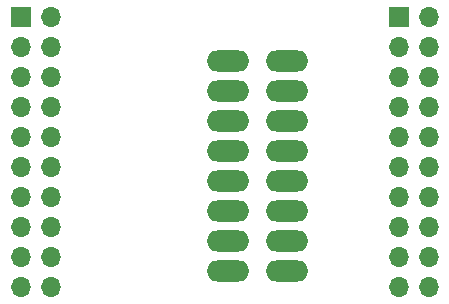
<source format=gbr>
%TF.GenerationSoftware,KiCad,Pcbnew,7.0.9*%
%TF.CreationDate,2024-01-12T22:07:47+01:00*%
%TF.ProjectId,board,626f6172-642e-46b6-9963-61645f706362,rev?*%
%TF.SameCoordinates,Original*%
%TF.FileFunction,Soldermask,Bot*%
%TF.FilePolarity,Negative*%
%FSLAX46Y46*%
G04 Gerber Fmt 4.6, Leading zero omitted, Abs format (unit mm)*
G04 Created by KiCad (PCBNEW 7.0.9) date 2024-01-12 22:07:47*
%MOMM*%
%LPD*%
G01*
G04 APERTURE LIST*
%ADD10R,1.700000X1.700000*%
%ADD11O,1.700000X1.700000*%
%ADD12O,3.599180X1.798320*%
G04 APERTURE END LIST*
D10*
%TO.C,J1*%
X132460000Y-97740000D03*
D11*
X135000000Y-97740000D03*
X132460000Y-100280000D03*
X135000000Y-100280000D03*
X132460000Y-102820000D03*
X135000000Y-102820000D03*
X132460000Y-105360000D03*
X135000000Y-105360000D03*
X132460000Y-107900000D03*
X135000000Y-107900000D03*
X132460000Y-110440000D03*
X135000000Y-110440000D03*
X132460000Y-112980000D03*
X135000000Y-112980000D03*
X132460000Y-115520000D03*
X135000000Y-115520000D03*
X132460000Y-118060000D03*
X135000000Y-118060000D03*
X132460000Y-120600000D03*
X135000000Y-120600000D03*
%TD*%
D10*
%TO.C,J2*%
X100460000Y-97740000D03*
D11*
X103000000Y-97740000D03*
X100460000Y-100280000D03*
X103000000Y-100280000D03*
X100460000Y-102820000D03*
X103000000Y-102820000D03*
X100460000Y-105360000D03*
X103000000Y-105360000D03*
X100460000Y-107900000D03*
X103000000Y-107900000D03*
X100460000Y-110440000D03*
X103000000Y-110440000D03*
X100460000Y-112980000D03*
X103000000Y-112980000D03*
X100460000Y-115520000D03*
X103000000Y-115520000D03*
X100460000Y-118060000D03*
X103000000Y-118060000D03*
X100460000Y-120600000D03*
X103000000Y-120600000D03*
%TD*%
D12*
%TO.C,J3*%
X122998720Y-119280000D03*
X122998720Y-116740000D03*
X122998720Y-114200000D03*
X122998720Y-111660000D03*
X122998720Y-109120000D03*
X122998720Y-106580000D03*
X122998720Y-104040000D03*
X122998720Y-101500000D03*
X118000000Y-119280000D03*
X118000000Y-116740000D03*
X118000000Y-114200000D03*
X118000000Y-111660000D03*
X118000000Y-109120000D03*
X118000000Y-106580000D03*
X118000000Y-104040000D03*
X118000000Y-101500000D03*
%TD*%
M02*

</source>
